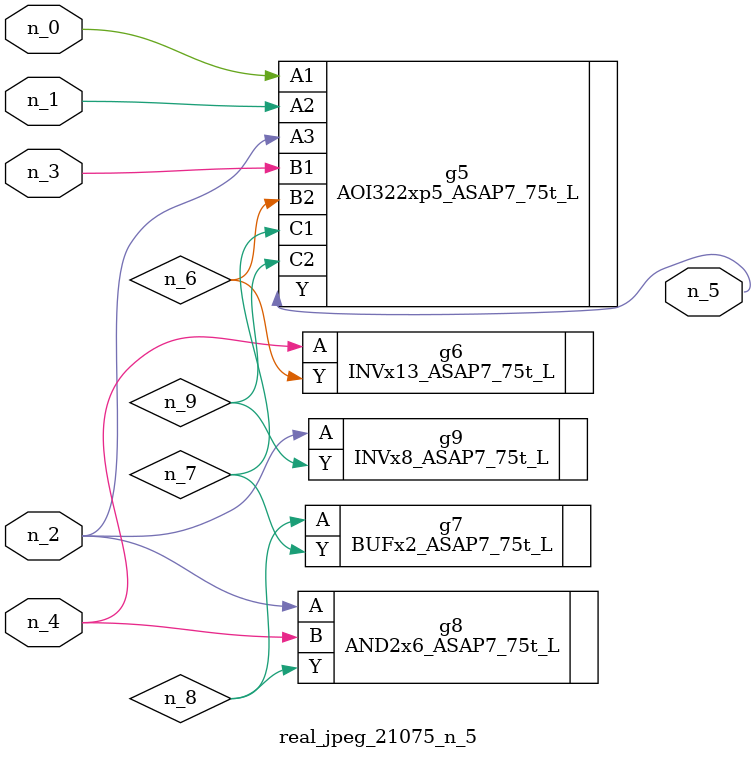
<source format=v>
module real_jpeg_21075_n_5 (n_4, n_0, n_1, n_2, n_3, n_5);

input n_4;
input n_0;
input n_1;
input n_2;
input n_3;

output n_5;

wire n_8;
wire n_6;
wire n_7;
wire n_9;

AOI322xp5_ASAP7_75t_L g5 ( 
.A1(n_0),
.A2(n_1),
.A3(n_2),
.B1(n_3),
.B2(n_6),
.C1(n_7),
.C2(n_9),
.Y(n_5)
);

AND2x6_ASAP7_75t_L g8 ( 
.A(n_2),
.B(n_4),
.Y(n_8)
);

INVx8_ASAP7_75t_L g9 ( 
.A(n_2),
.Y(n_9)
);

INVx13_ASAP7_75t_L g6 ( 
.A(n_4),
.Y(n_6)
);

BUFx2_ASAP7_75t_L g7 ( 
.A(n_8),
.Y(n_7)
);


endmodule
</source>
